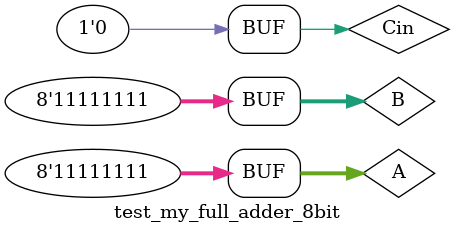
<source format=v>
module my_full_subtractor_8bit(A,B,Cin,S,Cout);
    parameter N = 8; // bit width
   
    input [N-1:0] A, B;
    input Cin; // carry adder output at LSB
    output [N-1:0] S;
    output Cout; // carry output at MSB
    
    wire [N-1:0] C; // connect 8 bit full adder + 8 bit adder (with bits forced to 1)
    
    my_full_adder_8bit fa0 (
    .A(A[N-1:0]),
    .B(~B[N-1:0]),
    .Cin(0),
    .S(C[N-1:0]),
    .Cout());
    
    my_full_adder_8bit fa1 (
    .A(C[N-1:0]),
    .B(1),
    .Cin(0),
    .S(S[N-1:0]),
    .Cout(Cout));   
endmodule

// 8 BIT CARRY ADDER ON BASYS3
module my_full_adder_8bit(A,B,Cin,S,Cout); //8 bit carry adder
    parameter N = 8; // parameterized bit width
    
    input [7:0]A, B;
    input Cin; // Cin is the carry adder bit
    output [N-1:0] S;
    output Cout; // Cout is the carry adder output at MSB
    wire [N:0] C; // Carry inputs of all full adders + carry output of last one
    
    assign C[0] = Cin;
    assign Cout = C[N];
    
    genvar i; // temp variable used in for loop
        generate for(i=0; i<N; i=i+1) begin
            my_full_adder fa (.S(S[i]),.Cout(C[i+1]),.A(A[i]),.B(B[i]),.Cin(C[i]));
            end
        endgenerate
endmodule

// FULL ADDER ON BASYS3
module my_full_adder(
    input A,
    input B,
    input Cin,
    output S,
    output Cout
    );
    
    assign S = A ^ B ^ Cin;
    assign Cout = (A & B) | Cin & (A ^ B);
    
endmodule

// SIMULATION FILE FOR FULL SUBTRACTOR
module test_my_full_subtractor_8bit(

    );
    
    // simulation inputs
    reg [7:0] A;
    reg [7:0] B;
    reg Cin;
    
    // simulation outputs
    wire [7:0] S;
    wire Cout;
    
    //integer i;
    
    // instantiation of module to be simulated 
    my_full_subtractor_8bit dut(A, B, Cin, S, Cout);
    
    // stimuli
    initial begin
        A = 8'b11111111; // test case 1
        B = 8'b00000000; 
        Cin = 1'b0; #100;
        
        A = 8'b00000000; // test case 2
        B = 8'b11111111;
        Cin = 1'b0; #100;
        
        A = 8'b11111111; // test case 3
        B = 8'b11110000;
        Cin = 1'b0; #100;
        
        A = 8'b11111111; // test case 4
        B = 8'b00001111;
        Cin = 1'b0; #100;
        
        A = 8'b10101010; // test case 5
        B = 8'b01010101;
        Cin = 1'b0; #100;
        
        A = 8'b01010101; // test case 6
        B = 8'b10101010;
        Cin = 1'b0; #100;
        
        A = 8'b11001100; // test case 7
        B = 8'b00110011;
        Cin = 1'b0; #100;
        
        A = 8'b00110011; // test case 8
        B = 8'b11001100;
        Cin = 1'b0; #100;
        
        A = 8'b10001000; // test case 9
        B = 8'b10101010;
        Cin = 1'b0; #100;
        
        A = 8'b01100110; // test case 10
        B = 8'b10101011;
        Cin = 1'b0; #100;
    end
        
endmodule

// SIMULATION FOR FULL ADDER
module my_full_adder_sim(

    );
    
    // simulation inputs
    reg A;
    reg B;
    reg Cin;
    
    // simulation outputs
    wire Cout;
    wire S;
    
    // instantiation of module to be simulated 
    my_full_adder dut(A, B, Cin, S, Cout);
    
    // stimuli
    initial begin
        A = 0; B = 0; Cin = 0; #10;
        A = 0; B = 0; Cin = 1; #10;
        A = 0; B = 1; Cin = 0; #10;
        A = 0; B = 1; Cin = 1; #10;
        A = 1; B = 0; Cin = 0; #10;
        A = 1; B = 0; Cin = 1; #10;
        A = 1; B = 1; Cin = 0; #10;
        A = 1; B = 1; Cin = 1; #10;
     end
     
endmodule

// SIMULATION FILE FOR 8 BIT FULL ADDER TESTING
module test_my_full_adder_8bit(

    );
    
    // simulation inputs
    reg [7:0] A;
    reg [7:0] B;
    reg Cin;
    
    // simulation outputs
    wire [7:0] S;
    wire Cout;
    
    //integer i;
    
    // instantiation of module to be simulated 
    my_full_adder_8bit dut(A, B, Cin, S, Cout);
    
    // stimuli
    initial begin
        A = 8'b00000000; B = 8'b00000000; Cin = 1'b0; #10;
        A = 8'b11111111; B = 8'b11111111; Cin = 1'b0; #10;
    end
        
endmodule

</source>
